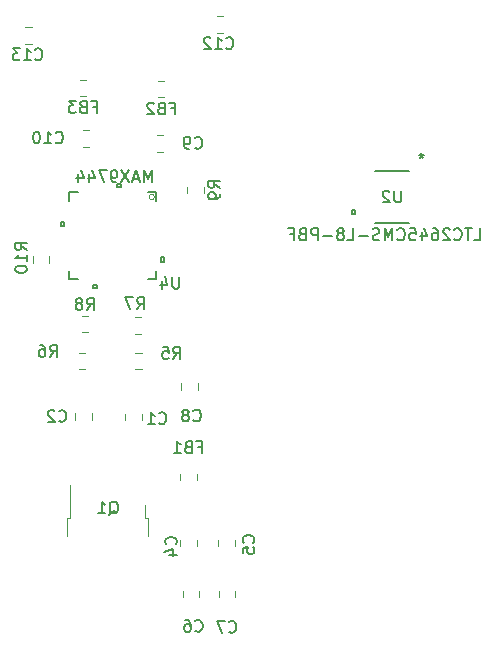
<source format=gbr>
G04 #@! TF.GenerationSoftware,KiCad,Pcbnew,(5.1.6)-1*
G04 #@! TF.CreationDate,2021-01-04T14:19:30-06:00*
G04 #@! TF.ProjectId,ControlBoardnRF_22PinSound_PowerAmp,436f6e74-726f-46c4-926f-6172646e5246,rev?*
G04 #@! TF.SameCoordinates,Original*
G04 #@! TF.FileFunction,Legend,Bot*
G04 #@! TF.FilePolarity,Positive*
%FSLAX46Y46*%
G04 Gerber Fmt 4.6, Leading zero omitted, Abs format (unit mm)*
G04 Created by KiCad (PCBNEW (5.1.6)-1) date 2021-01-04 14:19:30*
%MOMM*%
%LPD*%
G01*
G04 APERTURE LIST*
%ADD10C,0.120000*%
%ADD11C,0.152400*%
%ADD12C,0.150000*%
G04 APERTURE END LIST*
D10*
X129621920Y-111979808D02*
X129621920Y-112502312D01*
X128201920Y-111979808D02*
X128201920Y-112502312D01*
X123947420Y-111918848D02*
X123947420Y-112441352D01*
X125367420Y-111918848D02*
X125367420Y-112441352D01*
X134266040Y-122667868D02*
X134266040Y-123190372D01*
X132846040Y-122667868D02*
X132846040Y-123190372D01*
X137491840Y-122667868D02*
X137491840Y-123190372D01*
X136071840Y-122667868D02*
X136071840Y-123190372D01*
X133055860Y-126935328D02*
X133055860Y-127457832D01*
X134475860Y-126935328D02*
X134475860Y-127457832D01*
X136101320Y-126975968D02*
X136101320Y-127498472D01*
X137521320Y-126975968D02*
X137521320Y-127498472D01*
X134328540Y-109381388D02*
X134328540Y-109903892D01*
X132908540Y-109381388D02*
X132908540Y-109903892D01*
X130845228Y-88391660D02*
X131367732Y-88391660D01*
X130845228Y-89811660D02*
X131367732Y-89811660D01*
X125142192Y-87944620D02*
X124619688Y-87944620D01*
X125142192Y-89364620D02*
X124619688Y-89364620D01*
X136461252Y-78290000D02*
X135938748Y-78290000D01*
X136461252Y-79710000D02*
X135938748Y-79710000D01*
X120261252Y-80606700D02*
X119738748Y-80606700D01*
X120261252Y-79186700D02*
X119738748Y-79186700D01*
X132855200Y-117062348D02*
X132855200Y-117584852D01*
X134275200Y-117062348D02*
X134275200Y-117584852D01*
X131487112Y-83746000D02*
X130964608Y-83746000D01*
X131487112Y-85166000D02*
X130964608Y-85166000D01*
X124352988Y-83654560D02*
X124875492Y-83654560D01*
X124352988Y-85074560D02*
X124875492Y-85074560D01*
X129579572Y-106771100D02*
X129057068Y-106771100D01*
X129579572Y-108191100D02*
X129057068Y-108191100D01*
X124819612Y-108191100D02*
X124297108Y-108191100D01*
X124819612Y-106771100D02*
X124297108Y-106771100D01*
X129006268Y-103738340D02*
X129528772Y-103738340D01*
X129006268Y-105158340D02*
X129528772Y-105158340D01*
X125045672Y-103649440D02*
X124523168Y-103649440D01*
X125045672Y-105069440D02*
X124523168Y-105069440D01*
X133414000Y-93260652D02*
X133414000Y-92738148D01*
X134834000Y-93260652D02*
X134834000Y-92738148D01*
X120355860Y-99157152D02*
X120355860Y-98634648D01*
X121775860Y-99157152D02*
X121775860Y-98634648D01*
X123258200Y-122281400D02*
X123258200Y-120781400D01*
X123258200Y-120781400D02*
X123528200Y-120781400D01*
X123528200Y-120781400D02*
X123528200Y-117951400D01*
X130158200Y-122281400D02*
X130158200Y-120781400D01*
X130158200Y-120781400D02*
X129888200Y-120781400D01*
X129888200Y-120781400D02*
X129888200Y-119681400D01*
D11*
X127459499Y-92785200D02*
X127840499Y-92785200D01*
X127459499Y-92531200D02*
X127459499Y-92785200D01*
X127840499Y-92531200D02*
X127459499Y-92531200D01*
X127840499Y-92785200D02*
X127840499Y-92531200D01*
X123035200Y-95709499D02*
X122781200Y-95709499D01*
X123035200Y-96090499D02*
X123035200Y-95709499D01*
X122781200Y-96090499D02*
X123035200Y-96090499D01*
X122781200Y-95709499D02*
X122781200Y-96090499D01*
X125459500Y-101014800D02*
X125840500Y-101014800D01*
X125459500Y-101268800D02*
X125459500Y-101014800D01*
X125840500Y-101268800D02*
X125459500Y-101268800D01*
X125840500Y-101014800D02*
X125840500Y-101268800D01*
X131264800Y-98709501D02*
X131518800Y-98709501D01*
X131264800Y-99090501D02*
X131264800Y-98709501D01*
X131518800Y-99090501D02*
X131264800Y-99090501D01*
X131518800Y-98709501D02*
X131518800Y-99090501D01*
X130109740Y-93217000D02*
X130833000Y-93217000D01*
X123467000Y-93940260D02*
X123467000Y-93217000D01*
X124190260Y-100583000D02*
X123467000Y-100583000D01*
X130833000Y-99859740D02*
X130833000Y-100583000D01*
X130833000Y-93217000D02*
X130833000Y-93940260D01*
X123467000Y-93217000D02*
X124190260Y-93217000D01*
X123467000Y-100583000D02*
X123467000Y-99859740D01*
X130833000Y-100583000D02*
X130109740Y-100583000D01*
D10*
X130659735Y-93600540D02*
G75*
G03*
X130659735Y-93600540I-230595J0D01*
G01*
D11*
X152218874Y-95797100D02*
X149381126Y-95797100D01*
X149381126Y-91402900D02*
X152218874Y-91402900D01*
X147409100Y-94660450D02*
X147409100Y-95041450D01*
X147409100Y-95041450D02*
X147663100Y-95041450D01*
X147663100Y-95041450D02*
X147663100Y-94660450D01*
X147663100Y-94660450D02*
X147409100Y-94660450D01*
D12*
X131059786Y-112734202D02*
X131107405Y-112781821D01*
X131250262Y-112829440D01*
X131345500Y-112829440D01*
X131488358Y-112781821D01*
X131583596Y-112686583D01*
X131631215Y-112591345D01*
X131678834Y-112400869D01*
X131678834Y-112258012D01*
X131631215Y-112067536D01*
X131583596Y-111972298D01*
X131488358Y-111877060D01*
X131345500Y-111829440D01*
X131250262Y-111829440D01*
X131107405Y-111877060D01*
X131059786Y-111924679D01*
X130107405Y-112829440D02*
X130678834Y-112829440D01*
X130393120Y-112829440D02*
X130393120Y-111829440D01*
X130488358Y-111972298D01*
X130583596Y-112067536D01*
X130678834Y-112115155D01*
X122588886Y-112537242D02*
X122636505Y-112584861D01*
X122779362Y-112632480D01*
X122874600Y-112632480D01*
X123017458Y-112584861D01*
X123112696Y-112489623D01*
X123160315Y-112394385D01*
X123207934Y-112203909D01*
X123207934Y-112061052D01*
X123160315Y-111870576D01*
X123112696Y-111775338D01*
X123017458Y-111680100D01*
X122874600Y-111632480D01*
X122779362Y-111632480D01*
X122636505Y-111680100D01*
X122588886Y-111727719D01*
X122207934Y-111727719D02*
X122160315Y-111680100D01*
X122065077Y-111632480D01*
X121826981Y-111632480D01*
X121731743Y-111680100D01*
X121684124Y-111727719D01*
X121636505Y-111822957D01*
X121636505Y-111918195D01*
X121684124Y-112061052D01*
X122255553Y-112632480D01*
X121636505Y-112632480D01*
X132469462Y-123021793D02*
X132517081Y-122974174D01*
X132564700Y-122831317D01*
X132564700Y-122736079D01*
X132517081Y-122593221D01*
X132421843Y-122497983D01*
X132326605Y-122450364D01*
X132136129Y-122402745D01*
X131993272Y-122402745D01*
X131802796Y-122450364D01*
X131707558Y-122497983D01*
X131612320Y-122593221D01*
X131564700Y-122736079D01*
X131564700Y-122831317D01*
X131612320Y-122974174D01*
X131659939Y-123021793D01*
X131898034Y-123878936D02*
X132564700Y-123878936D01*
X131517081Y-123640840D02*
X132231367Y-123402745D01*
X132231367Y-124021793D01*
X139042982Y-122864313D02*
X139090601Y-122816694D01*
X139138220Y-122673837D01*
X139138220Y-122578599D01*
X139090601Y-122435741D01*
X138995363Y-122340503D01*
X138900125Y-122292884D01*
X138709649Y-122245265D01*
X138566792Y-122245265D01*
X138376316Y-122292884D01*
X138281078Y-122340503D01*
X138185840Y-122435741D01*
X138138220Y-122578599D01*
X138138220Y-122673837D01*
X138185840Y-122816694D01*
X138233459Y-122864313D01*
X138138220Y-123769075D02*
X138138220Y-123292884D01*
X138614411Y-123245265D01*
X138566792Y-123292884D01*
X138519173Y-123388122D01*
X138519173Y-123626218D01*
X138566792Y-123721456D01*
X138614411Y-123769075D01*
X138709649Y-123816694D01*
X138947744Y-123816694D01*
X139042982Y-123769075D01*
X139090601Y-123721456D01*
X139138220Y-123626218D01*
X139138220Y-123388122D01*
X139090601Y-123292884D01*
X139042982Y-123245265D01*
X134125566Y-130312162D02*
X134173185Y-130359781D01*
X134316042Y-130407400D01*
X134411280Y-130407400D01*
X134554138Y-130359781D01*
X134649376Y-130264543D01*
X134696995Y-130169305D01*
X134744614Y-129978829D01*
X134744614Y-129835972D01*
X134696995Y-129645496D01*
X134649376Y-129550258D01*
X134554138Y-129455020D01*
X134411280Y-129407400D01*
X134316042Y-129407400D01*
X134173185Y-129455020D01*
X134125566Y-129502639D01*
X133268423Y-129407400D02*
X133458900Y-129407400D01*
X133554138Y-129455020D01*
X133601757Y-129502639D01*
X133696995Y-129645496D01*
X133744614Y-129835972D01*
X133744614Y-130216924D01*
X133696995Y-130312162D01*
X133649376Y-130359781D01*
X133554138Y-130407400D01*
X133363661Y-130407400D01*
X133268423Y-130359781D01*
X133220804Y-130312162D01*
X133173185Y-130216924D01*
X133173185Y-129978829D01*
X133220804Y-129883591D01*
X133268423Y-129835972D01*
X133363661Y-129788353D01*
X133554138Y-129788353D01*
X133649376Y-129835972D01*
X133696995Y-129883591D01*
X133744614Y-129978829D01*
X136980526Y-130390902D02*
X137028145Y-130438521D01*
X137171002Y-130486140D01*
X137266240Y-130486140D01*
X137409098Y-130438521D01*
X137504336Y-130343283D01*
X137551955Y-130248045D01*
X137599574Y-130057569D01*
X137599574Y-129914712D01*
X137551955Y-129724236D01*
X137504336Y-129628998D01*
X137409098Y-129533760D01*
X137266240Y-129486140D01*
X137171002Y-129486140D01*
X137028145Y-129533760D01*
X136980526Y-129581379D01*
X136647193Y-129486140D02*
X135980526Y-129486140D01*
X136409098Y-130486140D01*
X133975706Y-112501682D02*
X134023325Y-112549301D01*
X134166182Y-112596920D01*
X134261420Y-112596920D01*
X134404278Y-112549301D01*
X134499516Y-112454063D01*
X134547135Y-112358825D01*
X134594754Y-112168349D01*
X134594754Y-112025492D01*
X134547135Y-111835016D01*
X134499516Y-111739778D01*
X134404278Y-111644540D01*
X134261420Y-111596920D01*
X134166182Y-111596920D01*
X134023325Y-111644540D01*
X133975706Y-111692159D01*
X133404278Y-112025492D02*
X133499516Y-111977873D01*
X133547135Y-111930254D01*
X133594754Y-111835016D01*
X133594754Y-111787397D01*
X133547135Y-111692159D01*
X133499516Y-111644540D01*
X133404278Y-111596920D01*
X133213801Y-111596920D01*
X133118563Y-111644540D01*
X133070944Y-111692159D01*
X133023325Y-111787397D01*
X133023325Y-111835016D01*
X133070944Y-111930254D01*
X133118563Y-111977873D01*
X133213801Y-112025492D01*
X133404278Y-112025492D01*
X133499516Y-112073111D01*
X133547135Y-112120730D01*
X133594754Y-112215968D01*
X133594754Y-112406444D01*
X133547135Y-112501682D01*
X133499516Y-112549301D01*
X133404278Y-112596920D01*
X133213801Y-112596920D01*
X133118563Y-112549301D01*
X133070944Y-112501682D01*
X133023325Y-112406444D01*
X133023325Y-112215968D01*
X133070944Y-112120730D01*
X133118563Y-112073111D01*
X133213801Y-112025492D01*
X134102706Y-89413082D02*
X134150325Y-89460701D01*
X134293182Y-89508320D01*
X134388420Y-89508320D01*
X134531278Y-89460701D01*
X134626516Y-89365463D01*
X134674135Y-89270225D01*
X134721754Y-89079749D01*
X134721754Y-88936892D01*
X134674135Y-88746416D01*
X134626516Y-88651178D01*
X134531278Y-88555940D01*
X134388420Y-88508320D01*
X134293182Y-88508320D01*
X134150325Y-88555940D01*
X134102706Y-88603559D01*
X133626516Y-89508320D02*
X133436040Y-89508320D01*
X133340801Y-89460701D01*
X133293182Y-89413082D01*
X133197944Y-89270225D01*
X133150325Y-89079749D01*
X133150325Y-88698797D01*
X133197944Y-88603559D01*
X133245563Y-88555940D01*
X133340801Y-88508320D01*
X133531278Y-88508320D01*
X133626516Y-88555940D01*
X133674135Y-88603559D01*
X133721754Y-88698797D01*
X133721754Y-88936892D01*
X133674135Y-89032130D01*
X133626516Y-89079749D01*
X133531278Y-89127368D01*
X133340801Y-89127368D01*
X133245563Y-89079749D01*
X133197944Y-89032130D01*
X133150325Y-88936892D01*
X122297997Y-88960962D02*
X122345616Y-89008581D01*
X122488473Y-89056200D01*
X122583711Y-89056200D01*
X122726568Y-89008581D01*
X122821806Y-88913343D01*
X122869425Y-88818105D01*
X122917044Y-88627629D01*
X122917044Y-88484772D01*
X122869425Y-88294296D01*
X122821806Y-88199058D01*
X122726568Y-88103820D01*
X122583711Y-88056200D01*
X122488473Y-88056200D01*
X122345616Y-88103820D01*
X122297997Y-88151439D01*
X121345616Y-89056200D02*
X121917044Y-89056200D01*
X121631330Y-89056200D02*
X121631330Y-88056200D01*
X121726568Y-88199058D01*
X121821806Y-88294296D01*
X121917044Y-88341915D01*
X120726568Y-88056200D02*
X120631330Y-88056200D01*
X120536092Y-88103820D01*
X120488473Y-88151439D01*
X120440854Y-88246677D01*
X120393235Y-88437153D01*
X120393235Y-88675248D01*
X120440854Y-88865724D01*
X120488473Y-88960962D01*
X120536092Y-89008581D01*
X120631330Y-89056200D01*
X120726568Y-89056200D01*
X120821806Y-89008581D01*
X120869425Y-88960962D01*
X120917044Y-88865724D01*
X120964663Y-88675248D01*
X120964663Y-88437153D01*
X120917044Y-88246677D01*
X120869425Y-88151439D01*
X120821806Y-88103820D01*
X120726568Y-88056200D01*
X136741257Y-80982742D02*
X136788876Y-81030361D01*
X136931733Y-81077980D01*
X137026971Y-81077980D01*
X137169828Y-81030361D01*
X137265066Y-80935123D01*
X137312685Y-80839885D01*
X137360304Y-80649409D01*
X137360304Y-80506552D01*
X137312685Y-80316076D01*
X137265066Y-80220838D01*
X137169828Y-80125600D01*
X137026971Y-80077980D01*
X136931733Y-80077980D01*
X136788876Y-80125600D01*
X136741257Y-80173219D01*
X135788876Y-81077980D02*
X136360304Y-81077980D01*
X136074590Y-81077980D02*
X136074590Y-80077980D01*
X136169828Y-80220838D01*
X136265066Y-80316076D01*
X136360304Y-80363695D01*
X135407923Y-80173219D02*
X135360304Y-80125600D01*
X135265066Y-80077980D01*
X135026971Y-80077980D01*
X134931733Y-80125600D01*
X134884114Y-80173219D01*
X134836495Y-80268457D01*
X134836495Y-80363695D01*
X134884114Y-80506552D01*
X135455542Y-81077980D01*
X134836495Y-81077980D01*
X120566657Y-81930242D02*
X120614276Y-81977861D01*
X120757133Y-82025480D01*
X120852371Y-82025480D01*
X120995228Y-81977861D01*
X121090466Y-81882623D01*
X121138085Y-81787385D01*
X121185704Y-81596909D01*
X121185704Y-81454052D01*
X121138085Y-81263576D01*
X121090466Y-81168338D01*
X120995228Y-81073100D01*
X120852371Y-81025480D01*
X120757133Y-81025480D01*
X120614276Y-81073100D01*
X120566657Y-81120719D01*
X119614276Y-82025480D02*
X120185704Y-82025480D01*
X119899990Y-82025480D02*
X119899990Y-81025480D01*
X119995228Y-81168338D01*
X120090466Y-81263576D01*
X120185704Y-81311195D01*
X119280942Y-81025480D02*
X118661895Y-81025480D01*
X118995228Y-81406433D01*
X118852371Y-81406433D01*
X118757133Y-81454052D01*
X118709514Y-81501671D01*
X118661895Y-81596909D01*
X118661895Y-81835004D01*
X118709514Y-81930242D01*
X118757133Y-81977861D01*
X118852371Y-82025480D01*
X119138085Y-82025480D01*
X119233323Y-81977861D01*
X119280942Y-81930242D01*
X134373133Y-114737571D02*
X134706466Y-114737571D01*
X134706466Y-115261380D02*
X134706466Y-114261380D01*
X134230276Y-114261380D01*
X133515990Y-114737571D02*
X133373133Y-114785190D01*
X133325514Y-114832809D01*
X133277895Y-114928047D01*
X133277895Y-115070904D01*
X133325514Y-115166142D01*
X133373133Y-115213761D01*
X133468371Y-115261380D01*
X133849323Y-115261380D01*
X133849323Y-114261380D01*
X133515990Y-114261380D01*
X133420752Y-114309000D01*
X133373133Y-114356619D01*
X133325514Y-114451857D01*
X133325514Y-114547095D01*
X133373133Y-114642333D01*
X133420752Y-114689952D01*
X133515990Y-114737571D01*
X133849323Y-114737571D01*
X132325514Y-115261380D02*
X132896942Y-115261380D01*
X132611228Y-115261380D02*
X132611228Y-114261380D01*
X132706466Y-114404238D01*
X132801704Y-114499476D01*
X132896942Y-114547095D01*
X132084593Y-86086371D02*
X132417926Y-86086371D01*
X132417926Y-86610180D02*
X132417926Y-85610180D01*
X131941736Y-85610180D01*
X131227450Y-86086371D02*
X131084593Y-86133990D01*
X131036974Y-86181609D01*
X130989355Y-86276847D01*
X130989355Y-86419704D01*
X131036974Y-86514942D01*
X131084593Y-86562561D01*
X131179831Y-86610180D01*
X131560783Y-86610180D01*
X131560783Y-85610180D01*
X131227450Y-85610180D01*
X131132212Y-85657800D01*
X131084593Y-85705419D01*
X131036974Y-85800657D01*
X131036974Y-85895895D01*
X131084593Y-85991133D01*
X131132212Y-86038752D01*
X131227450Y-86086371D01*
X131560783Y-86086371D01*
X130608402Y-85705419D02*
X130560783Y-85657800D01*
X130465545Y-85610180D01*
X130227450Y-85610180D01*
X130132212Y-85657800D01*
X130084593Y-85705419D01*
X130036974Y-85800657D01*
X130036974Y-85895895D01*
X130084593Y-86038752D01*
X130656021Y-86610180D01*
X130036974Y-86610180D01*
X125447573Y-85943131D02*
X125780906Y-85943131D01*
X125780906Y-86466940D02*
X125780906Y-85466940D01*
X125304716Y-85466940D01*
X124590430Y-85943131D02*
X124447573Y-85990750D01*
X124399954Y-86038369D01*
X124352335Y-86133607D01*
X124352335Y-86276464D01*
X124399954Y-86371702D01*
X124447573Y-86419321D01*
X124542811Y-86466940D01*
X124923763Y-86466940D01*
X124923763Y-85466940D01*
X124590430Y-85466940D01*
X124495192Y-85514560D01*
X124447573Y-85562179D01*
X124399954Y-85657417D01*
X124399954Y-85752655D01*
X124447573Y-85847893D01*
X124495192Y-85895512D01*
X124590430Y-85943131D01*
X124923763Y-85943131D01*
X124019001Y-85466940D02*
X123399954Y-85466940D01*
X123733287Y-85847893D01*
X123590430Y-85847893D01*
X123495192Y-85895512D01*
X123447573Y-85943131D01*
X123399954Y-86038369D01*
X123399954Y-86276464D01*
X123447573Y-86371702D01*
X123495192Y-86419321D01*
X123590430Y-86466940D01*
X123876144Y-86466940D01*
X123971382Y-86419321D01*
X124019001Y-86371702D01*
X132271366Y-107290860D02*
X132604700Y-106814670D01*
X132842795Y-107290860D02*
X132842795Y-106290860D01*
X132461842Y-106290860D01*
X132366604Y-106338480D01*
X132318985Y-106386099D01*
X132271366Y-106481337D01*
X132271366Y-106624194D01*
X132318985Y-106719432D01*
X132366604Y-106767051D01*
X132461842Y-106814670D01*
X132842795Y-106814670D01*
X131366604Y-106290860D02*
X131842795Y-106290860D01*
X131890414Y-106767051D01*
X131842795Y-106719432D01*
X131747557Y-106671813D01*
X131509461Y-106671813D01*
X131414223Y-106719432D01*
X131366604Y-106767051D01*
X131318985Y-106862289D01*
X131318985Y-107100384D01*
X131366604Y-107195622D01*
X131414223Y-107243241D01*
X131509461Y-107290860D01*
X131747557Y-107290860D01*
X131842795Y-107243241D01*
X131890414Y-107195622D01*
X121824346Y-107130840D02*
X122157680Y-106654650D01*
X122395775Y-107130840D02*
X122395775Y-106130840D01*
X122014822Y-106130840D01*
X121919584Y-106178460D01*
X121871965Y-106226079D01*
X121824346Y-106321317D01*
X121824346Y-106464174D01*
X121871965Y-106559412D01*
X121919584Y-106607031D01*
X122014822Y-106654650D01*
X122395775Y-106654650D01*
X120967203Y-106130840D02*
X121157680Y-106130840D01*
X121252918Y-106178460D01*
X121300537Y-106226079D01*
X121395775Y-106368936D01*
X121443394Y-106559412D01*
X121443394Y-106940364D01*
X121395775Y-107035602D01*
X121348156Y-107083221D01*
X121252918Y-107130840D01*
X121062441Y-107130840D01*
X120967203Y-107083221D01*
X120919584Y-107035602D01*
X120871965Y-106940364D01*
X120871965Y-106702269D01*
X120919584Y-106607031D01*
X120967203Y-106559412D01*
X121062441Y-106511793D01*
X121252918Y-106511793D01*
X121348156Y-106559412D01*
X121395775Y-106607031D01*
X121443394Y-106702269D01*
X129205586Y-103097320D02*
X129538920Y-102621130D01*
X129777015Y-103097320D02*
X129777015Y-102097320D01*
X129396062Y-102097320D01*
X129300824Y-102144940D01*
X129253205Y-102192559D01*
X129205586Y-102287797D01*
X129205586Y-102430654D01*
X129253205Y-102525892D01*
X129300824Y-102573511D01*
X129396062Y-102621130D01*
X129777015Y-102621130D01*
X128872253Y-102097320D02*
X128205586Y-102097320D01*
X128634158Y-103097320D01*
X124951086Y-103161820D02*
X125284420Y-102685630D01*
X125522515Y-103161820D02*
X125522515Y-102161820D01*
X125141562Y-102161820D01*
X125046324Y-102209440D01*
X124998705Y-102257059D01*
X124951086Y-102352297D01*
X124951086Y-102495154D01*
X124998705Y-102590392D01*
X125046324Y-102638011D01*
X125141562Y-102685630D01*
X125522515Y-102685630D01*
X124379658Y-102590392D02*
X124474896Y-102542773D01*
X124522515Y-102495154D01*
X124570134Y-102399916D01*
X124570134Y-102352297D01*
X124522515Y-102257059D01*
X124474896Y-102209440D01*
X124379658Y-102161820D01*
X124189181Y-102161820D01*
X124093943Y-102209440D01*
X124046324Y-102257059D01*
X123998705Y-102352297D01*
X123998705Y-102399916D01*
X124046324Y-102495154D01*
X124093943Y-102542773D01*
X124189181Y-102590392D01*
X124379658Y-102590392D01*
X124474896Y-102638011D01*
X124522515Y-102685630D01*
X124570134Y-102780868D01*
X124570134Y-102971344D01*
X124522515Y-103066582D01*
X124474896Y-103114201D01*
X124379658Y-103161820D01*
X124189181Y-103161820D01*
X124093943Y-103114201D01*
X124046324Y-103066582D01*
X123998705Y-102971344D01*
X123998705Y-102780868D01*
X124046324Y-102685630D01*
X124093943Y-102638011D01*
X124189181Y-102590392D01*
X136226380Y-92832733D02*
X135750190Y-92499400D01*
X136226380Y-92261304D02*
X135226380Y-92261304D01*
X135226380Y-92642257D01*
X135274000Y-92737495D01*
X135321619Y-92785114D01*
X135416857Y-92832733D01*
X135559714Y-92832733D01*
X135654952Y-92785114D01*
X135702571Y-92737495D01*
X135750190Y-92642257D01*
X135750190Y-92261304D01*
X136226380Y-93308923D02*
X136226380Y-93499400D01*
X136178761Y-93594638D01*
X136131142Y-93642257D01*
X135988285Y-93737495D01*
X135797809Y-93785114D01*
X135416857Y-93785114D01*
X135321619Y-93737495D01*
X135274000Y-93689876D01*
X135226380Y-93594638D01*
X135226380Y-93404161D01*
X135274000Y-93308923D01*
X135321619Y-93261304D01*
X135416857Y-93213685D01*
X135654952Y-93213685D01*
X135750190Y-93261304D01*
X135797809Y-93308923D01*
X135845428Y-93404161D01*
X135845428Y-93594638D01*
X135797809Y-93689876D01*
X135750190Y-93737495D01*
X135654952Y-93785114D01*
X119885020Y-98093022D02*
X119408830Y-97759689D01*
X119885020Y-97521594D02*
X118885020Y-97521594D01*
X118885020Y-97902546D01*
X118932640Y-97997784D01*
X118980259Y-98045403D01*
X119075497Y-98093022D01*
X119218354Y-98093022D01*
X119313592Y-98045403D01*
X119361211Y-97997784D01*
X119408830Y-97902546D01*
X119408830Y-97521594D01*
X119885020Y-99045403D02*
X119885020Y-98473975D01*
X119885020Y-98759689D02*
X118885020Y-98759689D01*
X119027878Y-98664451D01*
X119123116Y-98569213D01*
X119170735Y-98473975D01*
X118885020Y-99664451D02*
X118885020Y-99759689D01*
X118932640Y-99854927D01*
X118980259Y-99902546D01*
X119075497Y-99950165D01*
X119265973Y-99997784D01*
X119504068Y-99997784D01*
X119694544Y-99950165D01*
X119789782Y-99902546D01*
X119837401Y-99854927D01*
X119885020Y-99759689D01*
X119885020Y-99664451D01*
X119837401Y-99569213D01*
X119789782Y-99521594D01*
X119694544Y-99473975D01*
X119504068Y-99426356D01*
X119265973Y-99426356D01*
X119075497Y-99473975D01*
X118980259Y-99521594D01*
X118932640Y-99569213D01*
X118885020Y-99664451D01*
X126830378Y-120489959D02*
X126925616Y-120442340D01*
X127020854Y-120347101D01*
X127163711Y-120204244D01*
X127258949Y-120156625D01*
X127354187Y-120156625D01*
X127306568Y-120394720D02*
X127401806Y-120347101D01*
X127497044Y-120251863D01*
X127544663Y-120061387D01*
X127544663Y-119728054D01*
X127497044Y-119537578D01*
X127401806Y-119442340D01*
X127306568Y-119394720D01*
X127116092Y-119394720D01*
X127020854Y-119442340D01*
X126925616Y-119537578D01*
X126877997Y-119728054D01*
X126877997Y-120061387D01*
X126925616Y-120251863D01*
X127020854Y-120347101D01*
X127116092Y-120394720D01*
X127306568Y-120394720D01*
X125925616Y-120394720D02*
X126497044Y-120394720D01*
X126211330Y-120394720D02*
X126211330Y-119394720D01*
X126306568Y-119537578D01*
X126401806Y-119632816D01*
X126497044Y-119680435D01*
X132761904Y-100352380D02*
X132761904Y-101161904D01*
X132714285Y-101257142D01*
X132666666Y-101304761D01*
X132571428Y-101352380D01*
X132380952Y-101352380D01*
X132285714Y-101304761D01*
X132238095Y-101257142D01*
X132190476Y-101161904D01*
X132190476Y-100352380D01*
X131285714Y-100685714D02*
X131285714Y-101352380D01*
X131523809Y-100304761D02*
X131761904Y-101019047D01*
X131142857Y-101019047D01*
X130442857Y-92352380D02*
X130442857Y-91352380D01*
X130109523Y-92066666D01*
X129776190Y-91352380D01*
X129776190Y-92352380D01*
X129347619Y-92066666D02*
X128871428Y-92066666D01*
X129442857Y-92352380D02*
X129109523Y-91352380D01*
X128776190Y-92352380D01*
X128538095Y-91352380D02*
X127871428Y-92352380D01*
X127871428Y-91352380D02*
X128538095Y-92352380D01*
X127442857Y-92352380D02*
X127252380Y-92352380D01*
X127157142Y-92304761D01*
X127109523Y-92257142D01*
X127014285Y-92114285D01*
X126966666Y-91923809D01*
X126966666Y-91542857D01*
X127014285Y-91447619D01*
X127061904Y-91400000D01*
X127157142Y-91352380D01*
X127347619Y-91352380D01*
X127442857Y-91400000D01*
X127490476Y-91447619D01*
X127538095Y-91542857D01*
X127538095Y-91780952D01*
X127490476Y-91876190D01*
X127442857Y-91923809D01*
X127347619Y-91971428D01*
X127157142Y-91971428D01*
X127061904Y-91923809D01*
X127014285Y-91876190D01*
X126966666Y-91780952D01*
X126633333Y-91352380D02*
X125966666Y-91352380D01*
X126395238Y-92352380D01*
X125157142Y-91685714D02*
X125157142Y-92352380D01*
X125395238Y-91304761D02*
X125633333Y-92019047D01*
X125014285Y-92019047D01*
X124204761Y-91685714D02*
X124204761Y-92352380D01*
X124442857Y-91304761D02*
X124680952Y-92019047D01*
X124061904Y-92019047D01*
X151561904Y-93052380D02*
X151561904Y-93861904D01*
X151514285Y-93957142D01*
X151466666Y-94004761D01*
X151371428Y-94052380D01*
X151180952Y-94052380D01*
X151085714Y-94004761D01*
X151038095Y-93957142D01*
X150990476Y-93861904D01*
X150990476Y-93052380D01*
X150561904Y-93147619D02*
X150514285Y-93100000D01*
X150419047Y-93052380D01*
X150180952Y-93052380D01*
X150085714Y-93100000D01*
X150038095Y-93147619D01*
X149990476Y-93242857D01*
X149990476Y-93338095D01*
X150038095Y-93480952D01*
X150609523Y-94052380D01*
X149990476Y-94052380D01*
X157720428Y-97262380D02*
X158196619Y-97262380D01*
X158196619Y-96262380D01*
X157529952Y-96262380D02*
X156958523Y-96262380D01*
X157244238Y-97262380D02*
X157244238Y-96262380D01*
X156053761Y-97167142D02*
X156101380Y-97214761D01*
X156244238Y-97262380D01*
X156339476Y-97262380D01*
X156482333Y-97214761D01*
X156577571Y-97119523D01*
X156625190Y-97024285D01*
X156672809Y-96833809D01*
X156672809Y-96690952D01*
X156625190Y-96500476D01*
X156577571Y-96405238D01*
X156482333Y-96310000D01*
X156339476Y-96262380D01*
X156244238Y-96262380D01*
X156101380Y-96310000D01*
X156053761Y-96357619D01*
X155672809Y-96357619D02*
X155625190Y-96310000D01*
X155529952Y-96262380D01*
X155291857Y-96262380D01*
X155196619Y-96310000D01*
X155149000Y-96357619D01*
X155101380Y-96452857D01*
X155101380Y-96548095D01*
X155149000Y-96690952D01*
X155720428Y-97262380D01*
X155101380Y-97262380D01*
X154244238Y-96262380D02*
X154434714Y-96262380D01*
X154529952Y-96310000D01*
X154577571Y-96357619D01*
X154672809Y-96500476D01*
X154720428Y-96690952D01*
X154720428Y-97071904D01*
X154672809Y-97167142D01*
X154625190Y-97214761D01*
X154529952Y-97262380D01*
X154339476Y-97262380D01*
X154244238Y-97214761D01*
X154196619Y-97167142D01*
X154149000Y-97071904D01*
X154149000Y-96833809D01*
X154196619Y-96738571D01*
X154244238Y-96690952D01*
X154339476Y-96643333D01*
X154529952Y-96643333D01*
X154625190Y-96690952D01*
X154672809Y-96738571D01*
X154720428Y-96833809D01*
X153291857Y-96595714D02*
X153291857Y-97262380D01*
X153529952Y-96214761D02*
X153768047Y-96929047D01*
X153149000Y-96929047D01*
X152291857Y-96262380D02*
X152768047Y-96262380D01*
X152815666Y-96738571D01*
X152768047Y-96690952D01*
X152672809Y-96643333D01*
X152434714Y-96643333D01*
X152339476Y-96690952D01*
X152291857Y-96738571D01*
X152244238Y-96833809D01*
X152244238Y-97071904D01*
X152291857Y-97167142D01*
X152339476Y-97214761D01*
X152434714Y-97262380D01*
X152672809Y-97262380D01*
X152768047Y-97214761D01*
X152815666Y-97167142D01*
X151244238Y-97167142D02*
X151291857Y-97214761D01*
X151434714Y-97262380D01*
X151529952Y-97262380D01*
X151672809Y-97214761D01*
X151768047Y-97119523D01*
X151815666Y-97024285D01*
X151863285Y-96833809D01*
X151863285Y-96690952D01*
X151815666Y-96500476D01*
X151768047Y-96405238D01*
X151672809Y-96310000D01*
X151529952Y-96262380D01*
X151434714Y-96262380D01*
X151291857Y-96310000D01*
X151244238Y-96357619D01*
X150815666Y-97262380D02*
X150815666Y-96262380D01*
X150482333Y-96976666D01*
X150149000Y-96262380D01*
X150149000Y-97262380D01*
X149720428Y-97214761D02*
X149577571Y-97262380D01*
X149339476Y-97262380D01*
X149244238Y-97214761D01*
X149196619Y-97167142D01*
X149149000Y-97071904D01*
X149149000Y-96976666D01*
X149196619Y-96881428D01*
X149244238Y-96833809D01*
X149339476Y-96786190D01*
X149529952Y-96738571D01*
X149625190Y-96690952D01*
X149672809Y-96643333D01*
X149720428Y-96548095D01*
X149720428Y-96452857D01*
X149672809Y-96357619D01*
X149625190Y-96310000D01*
X149529952Y-96262380D01*
X149291857Y-96262380D01*
X149149000Y-96310000D01*
X148720428Y-96881428D02*
X147958523Y-96881428D01*
X147006142Y-97262380D02*
X147482333Y-97262380D01*
X147482333Y-96262380D01*
X146529952Y-96690952D02*
X146625190Y-96643333D01*
X146672809Y-96595714D01*
X146720428Y-96500476D01*
X146720428Y-96452857D01*
X146672809Y-96357619D01*
X146625190Y-96310000D01*
X146529952Y-96262380D01*
X146339476Y-96262380D01*
X146244238Y-96310000D01*
X146196619Y-96357619D01*
X146149000Y-96452857D01*
X146149000Y-96500476D01*
X146196619Y-96595714D01*
X146244238Y-96643333D01*
X146339476Y-96690952D01*
X146529952Y-96690952D01*
X146625190Y-96738571D01*
X146672809Y-96786190D01*
X146720428Y-96881428D01*
X146720428Y-97071904D01*
X146672809Y-97167142D01*
X146625190Y-97214761D01*
X146529952Y-97262380D01*
X146339476Y-97262380D01*
X146244238Y-97214761D01*
X146196619Y-97167142D01*
X146149000Y-97071904D01*
X146149000Y-96881428D01*
X146196619Y-96786190D01*
X146244238Y-96738571D01*
X146339476Y-96690952D01*
X145720428Y-96881428D02*
X144958523Y-96881428D01*
X144482333Y-97262380D02*
X144482333Y-96262380D01*
X144101380Y-96262380D01*
X144006142Y-96310000D01*
X143958523Y-96357619D01*
X143910904Y-96452857D01*
X143910904Y-96595714D01*
X143958523Y-96690952D01*
X144006142Y-96738571D01*
X144101380Y-96786190D01*
X144482333Y-96786190D01*
X143149000Y-96738571D02*
X143006142Y-96786190D01*
X142958523Y-96833809D01*
X142910904Y-96929047D01*
X142910904Y-97071904D01*
X142958523Y-97167142D01*
X143006142Y-97214761D01*
X143101380Y-97262380D01*
X143482333Y-97262380D01*
X143482333Y-96262380D01*
X143149000Y-96262380D01*
X143053761Y-96310000D01*
X143006142Y-96357619D01*
X142958523Y-96452857D01*
X142958523Y-96548095D01*
X143006142Y-96643333D01*
X143053761Y-96690952D01*
X143149000Y-96738571D01*
X143482333Y-96738571D01*
X142149000Y-96738571D02*
X142482333Y-96738571D01*
X142482333Y-97262380D02*
X142482333Y-96262380D01*
X142006142Y-96262380D01*
X153270150Y-89878650D02*
X153270150Y-90116746D01*
X153508245Y-90021508D02*
X153270150Y-90116746D01*
X153032054Y-90021508D01*
X153413007Y-90307222D02*
X153270150Y-90116746D01*
X153127292Y-90307222D01*
X153270150Y-89878650D02*
X153270150Y-90116746D01*
X153508245Y-90021508D02*
X153270150Y-90116746D01*
X153032054Y-90021508D01*
X153413007Y-90307222D02*
X153270150Y-90116746D01*
X153127292Y-90307222D01*
M02*

</source>
